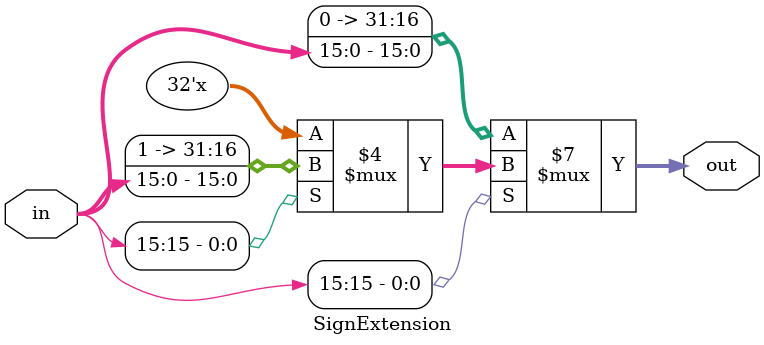
<source format=v>
`timescale 1ns / 1ps
module SignExtension(in, out);

    /* A 16-Bit input word */
    input [15:0] in;
    
    /* A 32-Bit output word */
    output reg [31:0] out;
    
      always@ (in)begin
          if (in[15]==0)begin
              out <= {16'b0,in};
    
          end
          else if(in[15]==1)begin
              out <= {16'hFFFF,in};
          end
      
      end

endmodule

</source>
